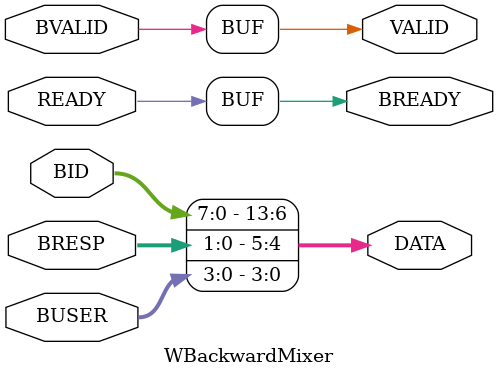
<source format=v>
/* Company:
** Engineer:  mgwang37  mgwang37@126.com
**
** Create Date: 05/13/2023 09:00:52 AM
** Design Name:
** Module Name: WBackwardMixer
** Project Name: AXI4Bus
** Description:
**
** Dependencies:
**
** Revision:
** Revision 0.01 - File Created
** Additional Comments:
*/

`timescale 1ns / 1ps

module WBackwardMixer
(
	input      [7:0] BID,
	input      [1:0] BRESP,
	input      [3:0] BUSER,
	input            BVALID,
	output           BREADY,

	output    [13:0] DATA,
	output           VALID,
	input            READY
);

assign DATA = {BID,BRESP,BUSER};
assign BREADY = READY;
assign VALID = BVALID;

endmodule

</source>
